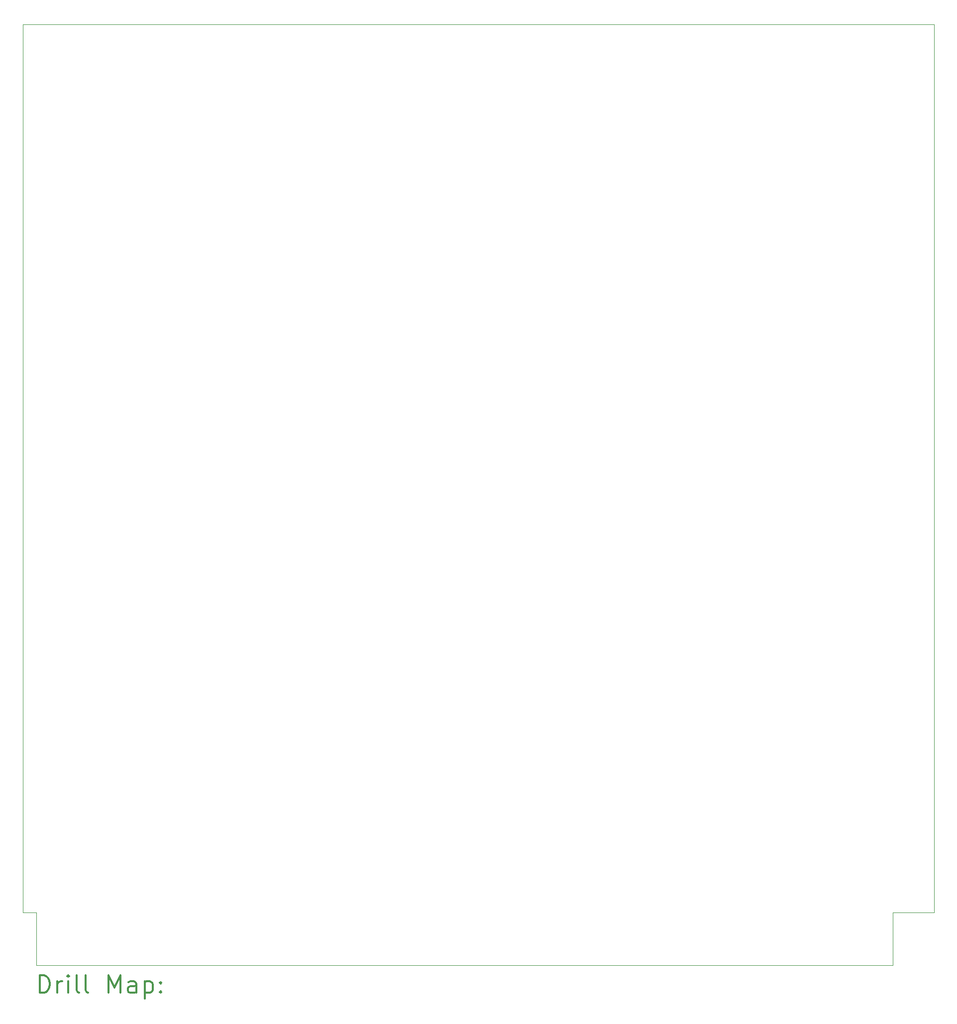
<source format=gbr>
%FSLAX45Y45*%
G04 Gerber Fmt 4.5, Leading zero omitted, Abs format (unit mm)*
G04 Created by KiCad (PCBNEW 5.1.12-84ad8e8a86~92~ubuntu20.04.1) date 2022-11-16 18:52:56*
%MOMM*%
%LPD*%
G01*
G04 APERTURE LIST*
%TA.AperFunction,Profile*%
%ADD10C,0.050000*%
%TD*%
%ADD11C,0.200000*%
%ADD12C,0.300000*%
G04 APERTURE END LIST*
D10*
X28800000Y-19400000D02*
X29500000Y-19400000D01*
X28800000Y-20300000D02*
X28800000Y-19400000D01*
X29500000Y-4300000D02*
X29500000Y-19400000D01*
X14000000Y-4300000D02*
X29500000Y-4300000D01*
X14000000Y-19400000D02*
X14000000Y-4300000D01*
X14225000Y-19400000D02*
X14000000Y-19400000D01*
X14225000Y-20300000D02*
X14225000Y-19400000D01*
X28800000Y-20300000D02*
X14225000Y-20300000D01*
D11*
D12*
X14283928Y-20768214D02*
X14283928Y-20468214D01*
X14355357Y-20468214D01*
X14398214Y-20482500D01*
X14426786Y-20511072D01*
X14441071Y-20539643D01*
X14455357Y-20596786D01*
X14455357Y-20639643D01*
X14441071Y-20696786D01*
X14426786Y-20725357D01*
X14398214Y-20753929D01*
X14355357Y-20768214D01*
X14283928Y-20768214D01*
X14583928Y-20768214D02*
X14583928Y-20568214D01*
X14583928Y-20625357D02*
X14598214Y-20596786D01*
X14612500Y-20582500D01*
X14641071Y-20568214D01*
X14669643Y-20568214D01*
X14769643Y-20768214D02*
X14769643Y-20568214D01*
X14769643Y-20468214D02*
X14755357Y-20482500D01*
X14769643Y-20496786D01*
X14783928Y-20482500D01*
X14769643Y-20468214D01*
X14769643Y-20496786D01*
X14955357Y-20768214D02*
X14926786Y-20753929D01*
X14912500Y-20725357D01*
X14912500Y-20468214D01*
X15112500Y-20768214D02*
X15083928Y-20753929D01*
X15069643Y-20725357D01*
X15069643Y-20468214D01*
X15455357Y-20768214D02*
X15455357Y-20468214D01*
X15555357Y-20682500D01*
X15655357Y-20468214D01*
X15655357Y-20768214D01*
X15926786Y-20768214D02*
X15926786Y-20611072D01*
X15912500Y-20582500D01*
X15883928Y-20568214D01*
X15826786Y-20568214D01*
X15798214Y-20582500D01*
X15926786Y-20753929D02*
X15898214Y-20768214D01*
X15826786Y-20768214D01*
X15798214Y-20753929D01*
X15783928Y-20725357D01*
X15783928Y-20696786D01*
X15798214Y-20668214D01*
X15826786Y-20653929D01*
X15898214Y-20653929D01*
X15926786Y-20639643D01*
X16069643Y-20568214D02*
X16069643Y-20868214D01*
X16069643Y-20582500D02*
X16098214Y-20568214D01*
X16155357Y-20568214D01*
X16183928Y-20582500D01*
X16198214Y-20596786D01*
X16212500Y-20625357D01*
X16212500Y-20711072D01*
X16198214Y-20739643D01*
X16183928Y-20753929D01*
X16155357Y-20768214D01*
X16098214Y-20768214D01*
X16069643Y-20753929D01*
X16341071Y-20739643D02*
X16355357Y-20753929D01*
X16341071Y-20768214D01*
X16326786Y-20753929D01*
X16341071Y-20739643D01*
X16341071Y-20768214D01*
X16341071Y-20582500D02*
X16355357Y-20596786D01*
X16341071Y-20611072D01*
X16326786Y-20596786D01*
X16341071Y-20582500D01*
X16341071Y-20611072D01*
M02*

</source>
